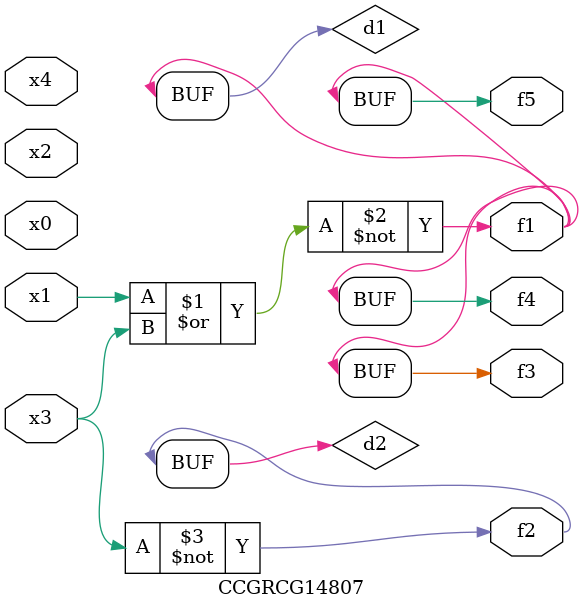
<source format=v>
module CCGRCG14807(
	input x0, x1, x2, x3, x4,
	output f1, f2, f3, f4, f5
);

	wire d1, d2;

	nor (d1, x1, x3);
	not (d2, x3);
	assign f1 = d1;
	assign f2 = d2;
	assign f3 = d1;
	assign f4 = d1;
	assign f5 = d1;
endmodule

</source>
